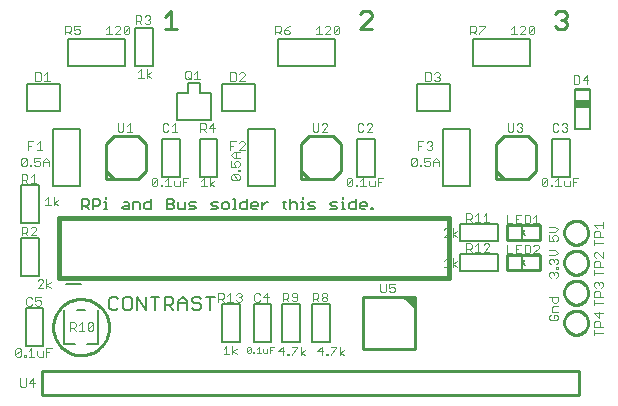
<source format=gto>
G75*
%MOIN*%
%OFA0B0*%
%FSLAX24Y24*%
%IPPOS*%
%LPD*%
%AMOC8*
5,1,8,0,0,1.08239X$1,22.5*
%
%ADD10C,0.0070*%
%ADD11C,0.0090*%
%ADD12C,0.0100*%
%ADD13C,0.0050*%
%ADD14C,0.0080*%
%ADD15C,0.0160*%
%ADD16C,0.0060*%
%ADD17C,0.0040*%
%ADD18C,0.0098*%
%ADD19C,0.0071*%
%ADD20C,0.0030*%
D10*
X005092Y016155D02*
X005164Y016084D01*
X005307Y016084D01*
X005379Y016155D01*
X005552Y016155D02*
X005552Y016442D01*
X005624Y016514D01*
X005768Y016514D01*
X005839Y016442D01*
X005839Y016155D01*
X005768Y016084D01*
X005624Y016084D01*
X005552Y016155D01*
X005379Y016442D02*
X005307Y016514D01*
X005164Y016514D01*
X005092Y016442D01*
X005092Y016155D01*
X006013Y016084D02*
X006013Y016514D01*
X006300Y016084D01*
X006300Y016514D01*
X006473Y016514D02*
X006760Y016514D01*
X006617Y016514D02*
X006617Y016084D01*
X006934Y016084D02*
X006934Y016514D01*
X007149Y016514D01*
X007220Y016442D01*
X007220Y016299D01*
X007149Y016227D01*
X006934Y016227D01*
X007077Y016227D02*
X007220Y016084D01*
X007394Y016084D02*
X007394Y016370D01*
X007537Y016514D01*
X007681Y016370D01*
X007681Y016084D01*
X007854Y016155D02*
X007926Y016084D01*
X008069Y016084D01*
X008141Y016155D01*
X008141Y016227D01*
X008069Y016299D01*
X007926Y016299D01*
X007854Y016370D01*
X007854Y016442D01*
X007926Y016514D01*
X008069Y016514D01*
X008141Y016442D01*
X008315Y016514D02*
X008602Y016514D01*
X008458Y016514D02*
X008458Y016084D01*
X007681Y016299D02*
X007394Y016299D01*
D11*
X007351Y025444D02*
X006944Y025444D01*
X007147Y025444D02*
X007147Y026054D01*
X006944Y025851D01*
X013444Y025952D02*
X013545Y026054D01*
X013749Y026054D01*
X013851Y025952D01*
X013851Y025851D01*
X013444Y025444D01*
X013851Y025444D01*
X019944Y025545D02*
X020045Y025444D01*
X020249Y025444D01*
X020351Y025545D01*
X020351Y025647D01*
X020249Y025749D01*
X020147Y025749D01*
X020249Y025749D02*
X020351Y025851D01*
X020351Y025952D01*
X020249Y026054D01*
X020045Y026054D01*
X019944Y025952D01*
D12*
X002849Y014045D02*
X002849Y013245D01*
X020749Y013245D01*
X020749Y014045D01*
X002849Y014045D01*
X003215Y015499D02*
X003217Y015559D01*
X003223Y015620D01*
X003233Y015679D01*
X003246Y015738D01*
X003264Y015796D01*
X003285Y015853D01*
X003309Y015908D01*
X003338Y015962D01*
X003369Y016013D01*
X003404Y016063D01*
X003442Y016110D01*
X003483Y016154D01*
X003527Y016196D01*
X003573Y016235D01*
X003622Y016270D01*
X003673Y016303D01*
X003726Y016332D01*
X003781Y016357D01*
X003837Y016380D01*
X003895Y016398D01*
X003954Y016412D01*
X004013Y016423D01*
X004073Y016430D01*
X004134Y016433D01*
X004194Y016432D01*
X004255Y016427D01*
X004314Y016418D01*
X004374Y016406D01*
X004432Y016389D01*
X004489Y016369D01*
X004544Y016345D01*
X004598Y016318D01*
X004650Y016287D01*
X004700Y016253D01*
X004748Y016216D01*
X004793Y016175D01*
X004836Y016132D01*
X004875Y016086D01*
X004912Y016038D01*
X004945Y015988D01*
X004975Y015935D01*
X005001Y015881D01*
X005024Y015825D01*
X005044Y015767D01*
X005059Y015709D01*
X005071Y015650D01*
X005079Y015590D01*
X005083Y015529D01*
X005083Y015469D01*
X005079Y015408D01*
X005071Y015348D01*
X005059Y015289D01*
X005044Y015231D01*
X005024Y015173D01*
X005001Y015117D01*
X004975Y015063D01*
X004945Y015010D01*
X004912Y014960D01*
X004875Y014912D01*
X004836Y014866D01*
X004793Y014823D01*
X004748Y014782D01*
X004700Y014745D01*
X004650Y014711D01*
X004598Y014680D01*
X004544Y014653D01*
X004489Y014629D01*
X004432Y014609D01*
X004374Y014592D01*
X004314Y014580D01*
X004255Y014571D01*
X004194Y014566D01*
X004134Y014565D01*
X004073Y014568D01*
X004013Y014575D01*
X003954Y014586D01*
X003895Y014600D01*
X003837Y014618D01*
X003781Y014641D01*
X003726Y014666D01*
X003673Y014695D01*
X003622Y014728D01*
X003573Y014763D01*
X003527Y014802D01*
X003483Y014844D01*
X003442Y014888D01*
X003404Y014935D01*
X003369Y014985D01*
X003338Y015036D01*
X003309Y015090D01*
X003285Y015145D01*
X003264Y015202D01*
X003246Y015260D01*
X003233Y015319D01*
X003223Y015378D01*
X003217Y015439D01*
X003215Y015499D01*
X013532Y014782D02*
X015265Y014782D01*
X015265Y016160D01*
X014910Y016515D01*
X015186Y016515D01*
X015225Y016397D01*
X015265Y016515D02*
X015186Y016515D01*
X015265Y016515D02*
X015265Y016278D01*
X015068Y016475D01*
X014910Y016515D02*
X013532Y016515D01*
X013532Y014782D01*
X015265Y016160D02*
X015265Y016278D01*
X018359Y017399D02*
X018359Y017899D01*
X019439Y017899D01*
X019439Y017399D01*
X018359Y017399D01*
X018359Y018399D02*
X018359Y018899D01*
X019439Y018899D01*
X019439Y018399D01*
X018359Y018399D01*
X020249Y018649D02*
X020251Y018689D01*
X020257Y018728D01*
X020267Y018767D01*
X020280Y018804D01*
X020298Y018840D01*
X020319Y018874D01*
X020343Y018906D01*
X020370Y018935D01*
X020400Y018962D01*
X020432Y018985D01*
X020467Y019005D01*
X020503Y019021D01*
X020541Y019034D01*
X020580Y019043D01*
X020619Y019048D01*
X020659Y019049D01*
X020699Y019046D01*
X020738Y019039D01*
X020776Y019028D01*
X020814Y019014D01*
X020849Y018995D01*
X020882Y018974D01*
X020914Y018949D01*
X020942Y018921D01*
X020968Y018891D01*
X020990Y018858D01*
X021009Y018823D01*
X021025Y018786D01*
X021037Y018748D01*
X021045Y018709D01*
X021049Y018669D01*
X021049Y018629D01*
X021045Y018589D01*
X021037Y018550D01*
X021025Y018512D01*
X021009Y018475D01*
X020990Y018440D01*
X020968Y018407D01*
X020942Y018377D01*
X020914Y018349D01*
X020882Y018324D01*
X020849Y018303D01*
X020814Y018284D01*
X020776Y018270D01*
X020738Y018259D01*
X020699Y018252D01*
X020659Y018249D01*
X020619Y018250D01*
X020580Y018255D01*
X020541Y018264D01*
X020503Y018277D01*
X020467Y018293D01*
X020432Y018313D01*
X020400Y018336D01*
X020370Y018363D01*
X020343Y018392D01*
X020319Y018424D01*
X020298Y018458D01*
X020280Y018494D01*
X020267Y018531D01*
X020257Y018570D01*
X020251Y018609D01*
X020249Y018649D01*
X020249Y017649D02*
X020251Y017689D01*
X020257Y017728D01*
X020267Y017767D01*
X020280Y017804D01*
X020298Y017840D01*
X020319Y017874D01*
X020343Y017906D01*
X020370Y017935D01*
X020400Y017962D01*
X020432Y017985D01*
X020467Y018005D01*
X020503Y018021D01*
X020541Y018034D01*
X020580Y018043D01*
X020619Y018048D01*
X020659Y018049D01*
X020699Y018046D01*
X020738Y018039D01*
X020776Y018028D01*
X020814Y018014D01*
X020849Y017995D01*
X020882Y017974D01*
X020914Y017949D01*
X020942Y017921D01*
X020968Y017891D01*
X020990Y017858D01*
X021009Y017823D01*
X021025Y017786D01*
X021037Y017748D01*
X021045Y017709D01*
X021049Y017669D01*
X021049Y017629D01*
X021045Y017589D01*
X021037Y017550D01*
X021025Y017512D01*
X021009Y017475D01*
X020990Y017440D01*
X020968Y017407D01*
X020942Y017377D01*
X020914Y017349D01*
X020882Y017324D01*
X020849Y017303D01*
X020814Y017284D01*
X020776Y017270D01*
X020738Y017259D01*
X020699Y017252D01*
X020659Y017249D01*
X020619Y017250D01*
X020580Y017255D01*
X020541Y017264D01*
X020503Y017277D01*
X020467Y017293D01*
X020432Y017313D01*
X020400Y017336D01*
X020370Y017363D01*
X020343Y017392D01*
X020319Y017424D01*
X020298Y017458D01*
X020280Y017494D01*
X020267Y017531D01*
X020257Y017570D01*
X020251Y017609D01*
X020249Y017649D01*
X020249Y016649D02*
X020251Y016689D01*
X020257Y016728D01*
X020267Y016767D01*
X020280Y016804D01*
X020298Y016840D01*
X020319Y016874D01*
X020343Y016906D01*
X020370Y016935D01*
X020400Y016962D01*
X020432Y016985D01*
X020467Y017005D01*
X020503Y017021D01*
X020541Y017034D01*
X020580Y017043D01*
X020619Y017048D01*
X020659Y017049D01*
X020699Y017046D01*
X020738Y017039D01*
X020776Y017028D01*
X020814Y017014D01*
X020849Y016995D01*
X020882Y016974D01*
X020914Y016949D01*
X020942Y016921D01*
X020968Y016891D01*
X020990Y016858D01*
X021009Y016823D01*
X021025Y016786D01*
X021037Y016748D01*
X021045Y016709D01*
X021049Y016669D01*
X021049Y016629D01*
X021045Y016589D01*
X021037Y016550D01*
X021025Y016512D01*
X021009Y016475D01*
X020990Y016440D01*
X020968Y016407D01*
X020942Y016377D01*
X020914Y016349D01*
X020882Y016324D01*
X020849Y016303D01*
X020814Y016284D01*
X020776Y016270D01*
X020738Y016259D01*
X020699Y016252D01*
X020659Y016249D01*
X020619Y016250D01*
X020580Y016255D01*
X020541Y016264D01*
X020503Y016277D01*
X020467Y016293D01*
X020432Y016313D01*
X020400Y016336D01*
X020370Y016363D01*
X020343Y016392D01*
X020319Y016424D01*
X020298Y016458D01*
X020280Y016494D01*
X020267Y016531D01*
X020257Y016570D01*
X020251Y016609D01*
X020249Y016649D01*
X020249Y015649D02*
X020251Y015689D01*
X020257Y015728D01*
X020267Y015767D01*
X020280Y015804D01*
X020298Y015840D01*
X020319Y015874D01*
X020343Y015906D01*
X020370Y015935D01*
X020400Y015962D01*
X020432Y015985D01*
X020467Y016005D01*
X020503Y016021D01*
X020541Y016034D01*
X020580Y016043D01*
X020619Y016048D01*
X020659Y016049D01*
X020699Y016046D01*
X020738Y016039D01*
X020776Y016028D01*
X020814Y016014D01*
X020849Y015995D01*
X020882Y015974D01*
X020914Y015949D01*
X020942Y015921D01*
X020968Y015891D01*
X020990Y015858D01*
X021009Y015823D01*
X021025Y015786D01*
X021037Y015748D01*
X021045Y015709D01*
X021049Y015669D01*
X021049Y015629D01*
X021045Y015589D01*
X021037Y015550D01*
X021025Y015512D01*
X021009Y015475D01*
X020990Y015440D01*
X020968Y015407D01*
X020942Y015377D01*
X020914Y015349D01*
X020882Y015324D01*
X020849Y015303D01*
X020814Y015284D01*
X020776Y015270D01*
X020738Y015259D01*
X020699Y015252D01*
X020659Y015249D01*
X020619Y015250D01*
X020580Y015255D01*
X020541Y015264D01*
X020503Y015277D01*
X020467Y015293D01*
X020432Y015313D01*
X020400Y015336D01*
X020370Y015363D01*
X020343Y015392D01*
X020319Y015424D01*
X020298Y015458D01*
X020280Y015494D01*
X020267Y015531D01*
X020257Y015570D01*
X020251Y015609D01*
X020249Y015649D01*
D13*
X013869Y019424D02*
X013811Y019424D01*
X013811Y019482D01*
X013869Y019482D01*
X013869Y019424D01*
X013676Y019540D02*
X013676Y019599D01*
X013618Y019657D01*
X013501Y019657D01*
X013443Y019599D01*
X013443Y019482D01*
X013501Y019424D01*
X013618Y019424D01*
X013676Y019540D02*
X013443Y019540D01*
X013308Y019424D02*
X013308Y019774D01*
X013308Y019657D02*
X013133Y019657D01*
X013074Y019599D01*
X013074Y019482D01*
X013133Y019424D01*
X013308Y019424D01*
X012946Y019424D02*
X012829Y019424D01*
X012887Y019424D02*
X012887Y019657D01*
X012829Y019657D01*
X012887Y019774D02*
X012887Y019832D01*
X012694Y019657D02*
X012519Y019657D01*
X012461Y019599D01*
X012519Y019540D01*
X012636Y019540D01*
X012694Y019482D01*
X012636Y019424D01*
X012461Y019424D01*
X011957Y019482D02*
X011899Y019540D01*
X011782Y019540D01*
X011724Y019599D01*
X011782Y019657D01*
X011957Y019657D01*
X011957Y019482D02*
X011899Y019424D01*
X011724Y019424D01*
X011595Y019424D02*
X011478Y019424D01*
X011537Y019424D02*
X011537Y019657D01*
X011478Y019657D01*
X011537Y019774D02*
X011537Y019832D01*
X011344Y019599D02*
X011344Y019424D01*
X011344Y019599D02*
X011285Y019657D01*
X011168Y019657D01*
X011110Y019599D01*
X010981Y019657D02*
X010865Y019657D01*
X010923Y019715D02*
X010923Y019482D01*
X010981Y019424D01*
X011110Y019424D02*
X011110Y019774D01*
X010364Y019657D02*
X010306Y019657D01*
X010189Y019540D01*
X010189Y019424D02*
X010189Y019657D01*
X010055Y019599D02*
X010055Y019540D01*
X009821Y019540D01*
X009821Y019482D02*
X009821Y019599D01*
X009879Y019657D01*
X009996Y019657D01*
X010055Y019599D01*
X009996Y019424D02*
X009879Y019424D01*
X009821Y019482D01*
X009686Y019424D02*
X009511Y019424D01*
X009453Y019482D01*
X009453Y019599D01*
X009511Y019657D01*
X009686Y019657D01*
X009686Y019774D02*
X009686Y019424D01*
X009324Y019424D02*
X009207Y019424D01*
X009266Y019424D02*
X009266Y019774D01*
X009207Y019774D01*
X009072Y019599D02*
X009014Y019657D01*
X008897Y019657D01*
X008839Y019599D01*
X008839Y019482D01*
X008897Y019424D01*
X009014Y019424D01*
X009072Y019482D01*
X009072Y019599D01*
X008704Y019657D02*
X008529Y019657D01*
X008471Y019599D01*
X008529Y019540D01*
X008646Y019540D01*
X008704Y019482D01*
X008646Y019424D01*
X008471Y019424D01*
X007967Y019482D02*
X007909Y019540D01*
X007792Y019540D01*
X007734Y019599D01*
X007792Y019657D01*
X007967Y019657D01*
X007967Y019482D02*
X007909Y019424D01*
X007734Y019424D01*
X007599Y019424D02*
X007599Y019657D01*
X007366Y019657D02*
X007366Y019482D01*
X007424Y019424D01*
X007599Y019424D01*
X007231Y019482D02*
X007172Y019424D01*
X006997Y019424D01*
X006997Y019774D01*
X007172Y019774D01*
X007231Y019715D01*
X007231Y019657D01*
X007172Y019599D01*
X006997Y019599D01*
X007172Y019599D02*
X007231Y019540D01*
X007231Y019482D01*
X006494Y019424D02*
X006319Y019424D01*
X006261Y019482D01*
X006261Y019599D01*
X006319Y019657D01*
X006494Y019657D01*
X006494Y019774D02*
X006494Y019424D01*
X006126Y019424D02*
X006126Y019599D01*
X006067Y019657D01*
X005892Y019657D01*
X005892Y019424D01*
X005758Y019424D02*
X005582Y019424D01*
X005524Y019482D01*
X005582Y019540D01*
X005758Y019540D01*
X005758Y019599D02*
X005758Y019424D01*
X005758Y019599D02*
X005699Y019657D01*
X005582Y019657D01*
X005027Y019424D02*
X004910Y019424D01*
X004969Y019424D02*
X004969Y019657D01*
X004910Y019657D01*
X004969Y019774D02*
X004969Y019832D01*
X004775Y019715D02*
X004775Y019599D01*
X004717Y019540D01*
X004542Y019540D01*
X004542Y019424D02*
X004542Y019774D01*
X004717Y019774D01*
X004775Y019715D01*
X004407Y019715D02*
X004407Y019599D01*
X004349Y019540D01*
X004174Y019540D01*
X004290Y019540D02*
X004407Y019424D01*
X004174Y019424D02*
X004174Y019774D01*
X004349Y019774D01*
X004407Y019715D01*
D14*
X004149Y016949D02*
X003649Y016949D01*
X018832Y017467D02*
X018832Y017649D01*
X018954Y017741D01*
X018832Y017830D02*
X018832Y017649D01*
X018838Y017639D02*
X018954Y017563D01*
X018832Y018467D02*
X018832Y018649D01*
X018954Y018741D01*
X018832Y018830D02*
X018832Y018649D01*
X018838Y018639D02*
X018954Y018563D01*
D15*
X016399Y019149D02*
X016399Y017149D01*
X003399Y017149D01*
X003399Y019149D01*
X016399Y019149D01*
D16*
X016769Y018939D02*
X018029Y018939D01*
X018029Y018359D01*
X016769Y018359D01*
X016769Y018939D01*
X016769Y017939D02*
X018029Y017939D01*
X018029Y017359D01*
X016769Y017359D01*
X016769Y017939D01*
X017099Y020199D02*
X016199Y020199D01*
X016199Y022099D01*
X017099Y022099D01*
X017099Y020199D01*
X016440Y022705D02*
X015347Y022705D01*
X015347Y023592D01*
X016440Y023592D01*
X016440Y022705D01*
X017199Y024199D02*
X019099Y024199D01*
X019099Y025099D01*
X017199Y025099D01*
X017199Y024199D01*
X019859Y021779D02*
X020439Y021779D01*
X020439Y020519D01*
X019859Y020519D01*
X019859Y021779D01*
X020599Y022099D02*
X021099Y022099D01*
X021099Y022849D01*
X020599Y022849D01*
X020599Y022099D01*
X020599Y022849D02*
X020599Y022899D01*
X021099Y022899D01*
X021099Y022949D01*
X020599Y022949D01*
X020599Y022899D01*
X020599Y022949D02*
X020599Y022999D01*
X021099Y022999D01*
X021099Y023049D01*
X020599Y023049D01*
X020599Y022999D01*
X020599Y023049D02*
X020599Y023399D01*
X020599Y023449D01*
X021099Y023449D01*
X021099Y023399D01*
X021099Y023049D01*
X021099Y022999D02*
X021099Y022949D01*
X021099Y022899D02*
X021099Y022849D01*
X021099Y023399D02*
X020599Y023399D01*
X013939Y021779D02*
X013939Y020519D01*
X013359Y020519D01*
X013359Y021779D01*
X013939Y021779D01*
X012599Y024199D02*
X010699Y024199D01*
X010699Y025099D01*
X012599Y025099D01*
X012599Y024199D01*
X009940Y023592D02*
X009940Y022705D01*
X008847Y022705D01*
X008847Y023592D01*
X009940Y023592D01*
X008469Y023299D02*
X008469Y022399D01*
X007329Y022399D01*
X007329Y023299D01*
X007699Y023299D01*
X007699Y023649D01*
X008099Y023649D01*
X008099Y023299D01*
X008469Y023299D01*
X009699Y022099D02*
X009699Y020199D01*
X010599Y020199D01*
X010599Y022099D01*
X009699Y022099D01*
X008689Y021779D02*
X008689Y020519D01*
X008109Y020519D01*
X008109Y021779D01*
X008689Y021779D01*
X007439Y021779D02*
X007439Y020519D01*
X006859Y020519D01*
X006859Y021779D01*
X007439Y021779D01*
X006539Y024219D02*
X005959Y024219D01*
X005959Y025479D01*
X006539Y025479D01*
X006539Y024219D01*
X005599Y024199D02*
X005599Y025099D01*
X003699Y025099D01*
X003699Y024199D01*
X005599Y024199D01*
X003440Y023592D02*
X003440Y022705D01*
X002347Y022705D01*
X002347Y023592D01*
X003440Y023592D01*
X003199Y022099D02*
X003199Y020199D01*
X004099Y020199D01*
X004099Y022099D01*
X003199Y022099D01*
X002739Y020229D02*
X002159Y020229D01*
X002159Y018969D01*
X002739Y018969D01*
X002739Y020229D01*
X002739Y018479D02*
X002159Y018479D01*
X002159Y017219D01*
X002739Y017219D01*
X002739Y018479D01*
X002889Y016129D02*
X002309Y016129D01*
X002309Y014869D01*
X002889Y014869D01*
X002889Y016129D01*
X008859Y016279D02*
X008859Y015019D01*
X009439Y015019D01*
X009439Y016279D01*
X008859Y016279D01*
X009909Y016279D02*
X009909Y015019D01*
X010489Y015019D01*
X010489Y016279D01*
X009909Y016279D01*
X010859Y016279D02*
X010859Y015019D01*
X011439Y015019D01*
X011439Y016279D01*
X010859Y016279D01*
X011859Y016279D02*
X011859Y015019D01*
X012439Y015019D01*
X012439Y016279D01*
X011859Y016279D01*
D17*
X011874Y016359D02*
X011874Y016639D01*
X012014Y016639D01*
X012061Y016592D01*
X012061Y016499D01*
X012014Y016452D01*
X011874Y016452D01*
X011967Y016452D02*
X012061Y016359D01*
X012169Y016405D02*
X012169Y016452D01*
X012215Y016499D01*
X012309Y016499D01*
X012355Y016452D01*
X012355Y016405D01*
X012309Y016359D01*
X012215Y016359D01*
X012169Y016405D01*
X012215Y016499D02*
X012169Y016545D01*
X012169Y016592D01*
X012215Y016639D01*
X012309Y016639D01*
X012355Y016592D01*
X012355Y016545D01*
X012309Y016499D01*
X011355Y016499D02*
X011215Y016499D01*
X011169Y016545D01*
X011169Y016592D01*
X011215Y016639D01*
X011309Y016639D01*
X011355Y016592D01*
X011355Y016405D01*
X011309Y016359D01*
X011215Y016359D01*
X011169Y016405D01*
X011061Y016359D02*
X010967Y016452D01*
X011014Y016452D02*
X010874Y016452D01*
X010874Y016359D02*
X010874Y016639D01*
X011014Y016639D01*
X011061Y016592D01*
X011061Y016499D01*
X011014Y016452D01*
X010405Y016489D02*
X010219Y016489D01*
X010359Y016629D01*
X010359Y016349D01*
X010111Y016395D02*
X010064Y016349D01*
X009971Y016349D01*
X009924Y016395D01*
X009924Y016582D01*
X009971Y016629D01*
X010064Y016629D01*
X010111Y016582D01*
X009503Y016582D02*
X009503Y016535D01*
X009456Y016489D01*
X009503Y016442D01*
X009503Y016395D01*
X009456Y016349D01*
X009363Y016349D01*
X009316Y016395D01*
X009208Y016349D02*
X009021Y016349D01*
X009115Y016349D02*
X009115Y016629D01*
X009021Y016535D01*
X008913Y016582D02*
X008913Y016489D01*
X008867Y016442D01*
X008727Y016442D01*
X008820Y016442D02*
X008913Y016349D01*
X008727Y016349D02*
X008727Y016629D01*
X008867Y016629D01*
X008913Y016582D01*
X009316Y016582D02*
X009363Y016629D01*
X009456Y016629D01*
X009503Y016582D01*
X009456Y016489D02*
X009409Y016489D01*
X009193Y014879D02*
X009193Y014599D01*
X009193Y014692D02*
X009333Y014785D01*
X009193Y014692D02*
X009333Y014599D01*
X009085Y014599D02*
X008898Y014599D01*
X008992Y014599D02*
X008992Y014879D01*
X008898Y014785D01*
X010727Y014699D02*
X010914Y014699D01*
X011022Y014605D02*
X011069Y014605D01*
X011069Y014559D01*
X011022Y014559D01*
X011022Y014605D01*
X011169Y014605D02*
X011356Y014792D01*
X011356Y014839D01*
X011169Y014839D01*
X011169Y014605D02*
X011169Y014559D01*
X011464Y014559D02*
X011464Y014839D01*
X011604Y014745D02*
X011464Y014652D01*
X011604Y014559D01*
X012027Y014699D02*
X012214Y014699D01*
X012322Y014605D02*
X012369Y014605D01*
X012369Y014559D01*
X012322Y014559D01*
X012322Y014605D01*
X012469Y014605D02*
X012656Y014792D01*
X012656Y014839D01*
X012469Y014839D01*
X012469Y014605D02*
X012469Y014559D01*
X012764Y014559D02*
X012764Y014839D01*
X012904Y014745D02*
X012764Y014652D01*
X012904Y014559D01*
X012168Y014559D02*
X012168Y014839D01*
X012027Y014699D01*
X010868Y014559D02*
X010868Y014839D01*
X010727Y014699D01*
X014124Y016705D02*
X014171Y016659D01*
X014264Y016659D01*
X014311Y016705D01*
X014311Y016939D01*
X014419Y016939D02*
X014419Y016799D01*
X014512Y016845D01*
X014559Y016845D01*
X014605Y016799D01*
X014605Y016705D01*
X014559Y016659D01*
X014465Y016659D01*
X014419Y016705D01*
X014419Y016939D02*
X014605Y016939D01*
X014124Y016939D02*
X014124Y016705D01*
X016248Y017509D02*
X016435Y017509D01*
X016342Y017509D02*
X016342Y017789D01*
X016248Y017695D01*
X016543Y017602D02*
X016683Y017695D01*
X016543Y017602D02*
X016683Y017509D01*
X016543Y017509D02*
X016543Y017789D01*
X016977Y018009D02*
X016977Y018289D01*
X017117Y018289D01*
X017163Y018242D01*
X017163Y018149D01*
X017117Y018102D01*
X016977Y018102D01*
X017070Y018102D02*
X017163Y018009D01*
X017271Y018009D02*
X017458Y018009D01*
X017365Y018009D02*
X017365Y018289D01*
X017271Y018195D01*
X017566Y018242D02*
X017613Y018289D01*
X017706Y018289D01*
X017753Y018242D01*
X017753Y018195D01*
X017566Y018009D01*
X017753Y018009D01*
X018339Y017964D02*
X018526Y017964D01*
X018634Y017964D02*
X018821Y017964D01*
X018929Y017964D02*
X019069Y017964D01*
X019115Y018010D01*
X019115Y018197D01*
X019069Y018244D01*
X018929Y018244D01*
X018929Y017964D01*
X018727Y018104D02*
X018634Y018104D01*
X018634Y018244D02*
X018634Y017964D01*
X018634Y018244D02*
X018821Y018244D01*
X019223Y018197D02*
X019270Y018244D01*
X019363Y018244D01*
X019410Y018197D01*
X019410Y018150D01*
X019223Y017964D01*
X019410Y017964D01*
X019758Y017889D02*
X019945Y017889D01*
X020039Y017983D01*
X019945Y018076D01*
X019758Y018076D01*
X019758Y018374D02*
X019898Y018374D01*
X019852Y018467D01*
X019852Y018514D01*
X019898Y018561D01*
X019992Y018561D01*
X020039Y018514D01*
X020039Y018421D01*
X019992Y018374D01*
X019758Y018374D02*
X019758Y018561D01*
X019758Y018669D02*
X019945Y018669D01*
X020039Y018762D01*
X019945Y018855D01*
X019758Y018855D01*
X019410Y018964D02*
X019223Y018964D01*
X019317Y018964D02*
X019317Y019244D01*
X019223Y019150D01*
X019115Y019197D02*
X019069Y019244D01*
X018929Y019244D01*
X018929Y018964D01*
X019069Y018964D01*
X019115Y019010D01*
X019115Y019197D01*
X018821Y019244D02*
X018634Y019244D01*
X018634Y018964D01*
X018821Y018964D01*
X018727Y019104D02*
X018634Y019104D01*
X018526Y018964D02*
X018339Y018964D01*
X018339Y019244D01*
X017753Y019009D02*
X017566Y019009D01*
X017659Y019009D02*
X017659Y019289D01*
X017566Y019195D01*
X017458Y019009D02*
X017271Y019009D01*
X017365Y019009D02*
X017365Y019289D01*
X017271Y019195D01*
X017163Y019149D02*
X017117Y019102D01*
X016977Y019102D01*
X017070Y019102D02*
X017163Y019009D01*
X017163Y019149D02*
X017163Y019242D01*
X017117Y019289D01*
X016977Y019289D01*
X016977Y019009D01*
X016683Y018695D02*
X016543Y018602D01*
X016683Y018509D01*
X016543Y018509D02*
X016543Y018789D01*
X016435Y018742D02*
X016389Y018789D01*
X016295Y018789D01*
X016248Y018742D01*
X016435Y018742D02*
X016435Y018695D01*
X016248Y018509D01*
X016435Y018509D01*
X018339Y018244D02*
X018339Y017964D01*
X019758Y017735D02*
X019758Y017642D01*
X019805Y017595D01*
X019898Y017688D02*
X019898Y017735D01*
X019945Y017782D01*
X019992Y017782D01*
X020039Y017735D01*
X020039Y017642D01*
X019992Y017595D01*
X019992Y017494D02*
X020039Y017494D01*
X020039Y017448D01*
X019992Y017448D01*
X019992Y017494D01*
X019992Y017340D02*
X020039Y017293D01*
X020039Y017200D01*
X019992Y017153D01*
X019898Y017246D02*
X019898Y017293D01*
X019945Y017340D01*
X019992Y017340D01*
X019898Y017293D02*
X019852Y017340D01*
X019805Y017340D01*
X019758Y017293D01*
X019758Y017200D01*
X019805Y017153D01*
X019758Y017735D02*
X019805Y017782D01*
X019852Y017782D01*
X019898Y017735D01*
X021258Y017661D02*
X021258Y017521D01*
X021539Y017521D01*
X021445Y017521D02*
X021445Y017661D01*
X021398Y017708D01*
X021305Y017708D01*
X021258Y017661D01*
X021305Y017816D02*
X021258Y017863D01*
X021258Y017956D01*
X021305Y018003D01*
X021352Y018003D01*
X021539Y017816D01*
X021539Y018003D01*
X021539Y018320D02*
X021258Y018320D01*
X021258Y018227D02*
X021258Y018413D01*
X021258Y018521D02*
X021258Y018661D01*
X021305Y018708D01*
X021398Y018708D01*
X021445Y018661D01*
X021445Y018521D01*
X021539Y018521D02*
X021258Y018521D01*
X021352Y018816D02*
X021258Y018909D01*
X021539Y018909D01*
X021539Y018816D02*
X021539Y019003D01*
X020537Y020199D02*
X020537Y020479D01*
X020724Y020479D01*
X020630Y020339D02*
X020537Y020339D01*
X020429Y020385D02*
X020429Y020199D01*
X020289Y020199D01*
X020242Y020245D01*
X020242Y020385D01*
X020134Y020199D02*
X019948Y020199D01*
X020041Y020199D02*
X020041Y020479D01*
X019948Y020385D01*
X019847Y020245D02*
X019847Y020199D01*
X019800Y020199D01*
X019800Y020245D01*
X019847Y020245D01*
X019692Y020245D02*
X019692Y020432D01*
X019506Y020245D01*
X019552Y020199D01*
X019646Y020199D01*
X019692Y020245D01*
X019506Y020245D02*
X019506Y020432D01*
X019552Y020479D01*
X019646Y020479D01*
X019692Y020432D01*
X019921Y022019D02*
X020014Y022019D01*
X020061Y022065D01*
X020169Y022065D02*
X020215Y022019D01*
X020309Y022019D01*
X020355Y022065D01*
X020355Y022112D01*
X020309Y022159D01*
X020262Y022159D01*
X020309Y022159D02*
X020355Y022205D01*
X020355Y022252D01*
X020309Y022299D01*
X020215Y022299D01*
X020169Y022252D01*
X020061Y022252D02*
X020014Y022299D01*
X019921Y022299D01*
X019874Y022252D01*
X019874Y022065D01*
X019921Y022019D01*
X018855Y022067D02*
X018809Y022020D01*
X018715Y022020D01*
X018669Y022067D01*
X018561Y022067D02*
X018561Y022301D01*
X018669Y022254D02*
X018715Y022301D01*
X018809Y022301D01*
X018855Y022254D01*
X018855Y022207D01*
X018809Y022160D01*
X018855Y022114D01*
X018855Y022067D01*
X018809Y022160D02*
X018762Y022160D01*
X018561Y022067D02*
X018514Y022020D01*
X018421Y022020D01*
X018374Y022067D01*
X018374Y022301D01*
X020574Y023609D02*
X020714Y023609D01*
X020761Y023655D01*
X020761Y023842D01*
X020714Y023889D01*
X020574Y023889D01*
X020574Y023609D01*
X020869Y023749D02*
X021055Y023749D01*
X021009Y023609D02*
X021009Y023889D01*
X020869Y023749D01*
X019253Y025305D02*
X019206Y025259D01*
X019113Y025259D01*
X019066Y025305D01*
X019253Y025492D01*
X019253Y025305D01*
X019253Y025492D02*
X019206Y025539D01*
X019113Y025539D01*
X019066Y025492D01*
X019066Y025305D01*
X018958Y025259D02*
X018771Y025259D01*
X018958Y025445D01*
X018958Y025492D01*
X018911Y025539D01*
X018818Y025539D01*
X018771Y025492D01*
X018570Y025539D02*
X018477Y025445D01*
X018570Y025539D02*
X018570Y025259D01*
X018477Y025259D02*
X018663Y025259D01*
X017605Y025492D02*
X017419Y025305D01*
X017419Y025259D01*
X017311Y025259D02*
X017217Y025352D01*
X017264Y025352D02*
X017124Y025352D01*
X017124Y025259D02*
X017124Y025539D01*
X017264Y025539D01*
X017311Y025492D01*
X017311Y025399D01*
X017264Y025352D01*
X017419Y025539D02*
X017605Y025539D01*
X017605Y025492D01*
X016059Y023989D02*
X016105Y023942D01*
X016105Y023895D01*
X016059Y023849D01*
X016105Y023802D01*
X016105Y023755D01*
X016059Y023709D01*
X015965Y023709D01*
X015919Y023755D01*
X015811Y023755D02*
X015811Y023942D01*
X015764Y023989D01*
X015624Y023989D01*
X015624Y023709D01*
X015764Y023709D01*
X015811Y023755D01*
X015919Y023942D02*
X015965Y023989D01*
X016059Y023989D01*
X016059Y023849D02*
X016012Y023849D01*
X013855Y022252D02*
X013809Y022299D01*
X013715Y022299D01*
X013669Y022252D01*
X013561Y022252D02*
X013514Y022299D01*
X013421Y022299D01*
X013374Y022252D01*
X013374Y022065D01*
X013421Y022019D01*
X013514Y022019D01*
X013561Y022065D01*
X013669Y022019D02*
X013855Y022205D01*
X013855Y022252D01*
X013855Y022019D02*
X013669Y022019D01*
X012355Y022020D02*
X012169Y022020D01*
X012355Y022207D01*
X012355Y022254D01*
X012309Y022301D01*
X012215Y022301D01*
X012169Y022254D01*
X012061Y022301D02*
X012061Y022067D01*
X012014Y022020D01*
X011921Y022020D01*
X011874Y022067D01*
X011874Y022301D01*
X013052Y020479D02*
X013146Y020479D01*
X013192Y020432D01*
X013006Y020245D01*
X013052Y020199D01*
X013146Y020199D01*
X013192Y020245D01*
X013192Y020432D01*
X013052Y020479D02*
X013006Y020432D01*
X013006Y020245D01*
X013300Y020245D02*
X013347Y020245D01*
X013347Y020199D01*
X013300Y020199D01*
X013300Y020245D01*
X013448Y020199D02*
X013634Y020199D01*
X013541Y020199D02*
X013541Y020479D01*
X013448Y020385D01*
X013742Y020385D02*
X013742Y020245D01*
X013789Y020199D01*
X013929Y020199D01*
X013929Y020385D01*
X014037Y020339D02*
X014130Y020339D01*
X014037Y020199D02*
X014037Y020479D01*
X014224Y020479D01*
X015153Y020905D02*
X015340Y021092D01*
X015340Y020905D01*
X015293Y020859D01*
X015200Y020859D01*
X015153Y020905D01*
X015153Y021092D01*
X015200Y021139D01*
X015293Y021139D01*
X015340Y021092D01*
X015448Y020905D02*
X015494Y020905D01*
X015494Y020859D01*
X015448Y020859D01*
X015448Y020905D01*
X015595Y020905D02*
X015642Y020859D01*
X015735Y020859D01*
X015782Y020905D01*
X015782Y020999D01*
X015735Y021045D01*
X015688Y021045D01*
X015595Y020999D01*
X015595Y021139D01*
X015782Y021139D01*
X015889Y021045D02*
X015983Y021139D01*
X016076Y021045D01*
X016076Y020859D01*
X016076Y020999D02*
X015889Y020999D01*
X015889Y021045D02*
X015889Y020859D01*
X015809Y021409D02*
X015715Y021409D01*
X015669Y021455D01*
X015762Y021549D02*
X015809Y021549D01*
X015855Y021502D01*
X015855Y021455D01*
X015809Y021409D01*
X015809Y021549D02*
X015855Y021595D01*
X015855Y021642D01*
X015809Y021689D01*
X015715Y021689D01*
X015669Y021642D01*
X015561Y021689D02*
X015374Y021689D01*
X015374Y021409D01*
X015374Y021549D02*
X015467Y021549D01*
X012706Y025259D02*
X012613Y025259D01*
X012566Y025305D01*
X012753Y025492D01*
X012753Y025305D01*
X012706Y025259D01*
X012566Y025305D02*
X012566Y025492D01*
X012613Y025539D01*
X012706Y025539D01*
X012753Y025492D01*
X012458Y025492D02*
X012411Y025539D01*
X012318Y025539D01*
X012271Y025492D01*
X012458Y025492D02*
X012458Y025445D01*
X012271Y025259D01*
X012458Y025259D01*
X012163Y025259D02*
X011977Y025259D01*
X012070Y025259D02*
X012070Y025539D01*
X011977Y025445D01*
X011105Y025352D02*
X011059Y025399D01*
X010919Y025399D01*
X010919Y025305D01*
X010965Y025259D01*
X011059Y025259D01*
X011105Y025305D01*
X011105Y025352D01*
X011012Y025492D02*
X010919Y025399D01*
X010811Y025399D02*
X010764Y025352D01*
X010624Y025352D01*
X010717Y025352D02*
X010811Y025259D01*
X010811Y025399D02*
X010811Y025492D01*
X010764Y025539D01*
X010624Y025539D01*
X010624Y025259D01*
X011012Y025492D02*
X011105Y025539D01*
X009559Y023989D02*
X009465Y023989D01*
X009419Y023942D01*
X009311Y023942D02*
X009264Y023989D01*
X009124Y023989D01*
X009124Y023709D01*
X009264Y023709D01*
X009311Y023755D01*
X009311Y023942D01*
X009559Y023989D02*
X009605Y023942D01*
X009605Y023895D01*
X009419Y023709D01*
X009605Y023709D01*
X008105Y023759D02*
X007919Y023759D01*
X008012Y023759D02*
X008012Y024039D01*
X007919Y023945D01*
X007811Y023992D02*
X007811Y023805D01*
X007764Y023759D01*
X007671Y023759D01*
X007624Y023805D01*
X007624Y023992D01*
X007671Y024039D01*
X007764Y024039D01*
X007811Y023992D01*
X007717Y023852D02*
X007811Y023759D01*
X006483Y023809D02*
X006343Y023902D01*
X006483Y023995D01*
X006343Y024089D02*
X006343Y023809D01*
X006235Y023809D02*
X006048Y023809D01*
X006142Y023809D02*
X006142Y024089D01*
X006048Y023995D01*
X005706Y025259D02*
X005613Y025259D01*
X005566Y025305D01*
X005753Y025492D01*
X005753Y025305D01*
X005706Y025259D01*
X005566Y025305D02*
X005566Y025492D01*
X005613Y025539D01*
X005706Y025539D01*
X005753Y025492D01*
X005974Y025609D02*
X005974Y025889D01*
X006114Y025889D01*
X006161Y025842D01*
X006161Y025749D01*
X006114Y025702D01*
X005974Y025702D01*
X006067Y025702D02*
X006161Y025609D01*
X006269Y025655D02*
X006315Y025609D01*
X006409Y025609D01*
X006455Y025655D01*
X006455Y025702D01*
X006409Y025749D01*
X006362Y025749D01*
X006409Y025749D02*
X006455Y025795D01*
X006455Y025842D01*
X006409Y025889D01*
X006315Y025889D01*
X006269Y025842D01*
X005458Y025492D02*
X005411Y025539D01*
X005318Y025539D01*
X005271Y025492D01*
X005458Y025492D02*
X005458Y025445D01*
X005271Y025259D01*
X005458Y025259D01*
X005163Y025259D02*
X004977Y025259D01*
X005070Y025259D02*
X005070Y025539D01*
X004977Y025445D01*
X004105Y025399D02*
X004105Y025305D01*
X004059Y025259D01*
X003965Y025259D01*
X003919Y025305D01*
X003919Y025399D02*
X004012Y025445D01*
X004059Y025445D01*
X004105Y025399D01*
X004105Y025539D02*
X003919Y025539D01*
X003919Y025399D01*
X003811Y025399D02*
X003764Y025352D01*
X003624Y025352D01*
X003717Y025352D02*
X003811Y025259D01*
X003811Y025399D02*
X003811Y025492D01*
X003764Y025539D01*
X003624Y025539D01*
X003624Y025259D01*
X003012Y023989D02*
X003012Y023709D01*
X002919Y023709D02*
X003105Y023709D01*
X002919Y023895D02*
X003012Y023989D01*
X002811Y023942D02*
X002811Y023755D01*
X002764Y023709D01*
X002624Y023709D01*
X002624Y023989D01*
X002764Y023989D01*
X002811Y023942D01*
X005374Y022301D02*
X005374Y022067D01*
X005421Y022020D01*
X005514Y022020D01*
X005561Y022067D01*
X005561Y022301D01*
X005669Y022207D02*
X005762Y022301D01*
X005762Y022020D01*
X005669Y022020D02*
X005855Y022020D01*
X006874Y022065D02*
X006921Y022019D01*
X007014Y022019D01*
X007061Y022065D01*
X007169Y022019D02*
X007355Y022019D01*
X007262Y022019D02*
X007262Y022299D01*
X007169Y022205D01*
X007061Y022252D02*
X007014Y022299D01*
X006921Y022299D01*
X006874Y022252D01*
X006874Y022065D01*
X008124Y022102D02*
X008264Y022102D01*
X008311Y022149D01*
X008311Y022242D01*
X008264Y022289D01*
X008124Y022289D01*
X008124Y022009D01*
X008217Y022102D02*
X008311Y022009D01*
X008419Y022149D02*
X008605Y022149D01*
X008559Y022289D02*
X008419Y022149D01*
X008559Y022009D02*
X008559Y022289D01*
X009124Y021689D02*
X009311Y021689D01*
X009419Y021642D02*
X009465Y021689D01*
X009559Y021689D01*
X009605Y021642D01*
X009605Y021595D01*
X009419Y021409D01*
X009605Y021409D01*
X009439Y021326D02*
X009252Y021326D01*
X009158Y021233D01*
X009252Y021139D01*
X009439Y021139D01*
X009392Y021032D02*
X009439Y020985D01*
X009439Y020892D01*
X009392Y020845D01*
X009298Y020845D02*
X009252Y020938D01*
X009252Y020985D01*
X009298Y021032D01*
X009392Y021032D01*
X009298Y021139D02*
X009298Y021326D01*
X009124Y021409D02*
X009124Y021689D01*
X009124Y021549D02*
X009217Y021549D01*
X009158Y021032D02*
X009158Y020845D01*
X009298Y020845D01*
X009392Y020744D02*
X009439Y020744D01*
X009439Y020698D01*
X009392Y020698D01*
X009392Y020744D01*
X009392Y020590D02*
X009205Y020590D01*
X009392Y020403D01*
X009439Y020450D01*
X009439Y020543D01*
X009392Y020590D01*
X009205Y020590D02*
X009158Y020543D01*
X009158Y020450D01*
X009205Y020403D01*
X009392Y020403D01*
X008583Y020375D02*
X008443Y020282D01*
X008583Y020189D01*
X008443Y020189D02*
X008443Y020469D01*
X008242Y020469D02*
X008242Y020189D01*
X008335Y020189D02*
X008148Y020189D01*
X008148Y020375D02*
X008242Y020469D01*
X007724Y020479D02*
X007537Y020479D01*
X007537Y020199D01*
X007429Y020199D02*
X007429Y020385D01*
X007537Y020339D02*
X007630Y020339D01*
X007429Y020199D02*
X007289Y020199D01*
X007242Y020245D01*
X007242Y020385D01*
X007134Y020199D02*
X006948Y020199D01*
X007041Y020199D02*
X007041Y020479D01*
X006948Y020385D01*
X006847Y020245D02*
X006847Y020199D01*
X006800Y020199D01*
X006800Y020245D01*
X006847Y020245D01*
X006692Y020245D02*
X006646Y020199D01*
X006552Y020199D01*
X006506Y020245D01*
X006692Y020432D01*
X006692Y020245D01*
X006506Y020245D02*
X006506Y020432D01*
X006552Y020479D01*
X006646Y020479D01*
X006692Y020432D01*
X003383Y019745D02*
X003243Y019652D01*
X003383Y019559D01*
X003243Y019559D02*
X003243Y019839D01*
X003042Y019839D02*
X003042Y019559D01*
X003135Y019559D02*
X002948Y019559D01*
X002948Y019745D02*
X003042Y019839D01*
X002655Y020309D02*
X002469Y020309D01*
X002562Y020309D02*
X002562Y020589D01*
X002469Y020495D01*
X002361Y020449D02*
X002314Y020402D01*
X002174Y020402D01*
X002267Y020402D02*
X002361Y020309D01*
X002361Y020449D02*
X002361Y020542D01*
X002314Y020589D01*
X002174Y020589D01*
X002174Y020309D01*
X002200Y020859D02*
X002153Y020905D01*
X002340Y021092D01*
X002340Y020905D01*
X002293Y020859D01*
X002200Y020859D01*
X002153Y020905D02*
X002153Y021092D01*
X002200Y021139D01*
X002293Y021139D01*
X002340Y021092D01*
X002448Y020905D02*
X002494Y020905D01*
X002494Y020859D01*
X002448Y020859D01*
X002448Y020905D01*
X002595Y020905D02*
X002642Y020859D01*
X002735Y020859D01*
X002782Y020905D01*
X002782Y020999D01*
X002735Y021045D01*
X002688Y021045D01*
X002595Y020999D01*
X002595Y021139D01*
X002782Y021139D01*
X002889Y021045D02*
X002889Y020859D01*
X002889Y020999D02*
X003076Y020999D01*
X003076Y021045D02*
X003076Y020859D01*
X003076Y021045D02*
X002983Y021139D01*
X002889Y021045D01*
X002855Y021409D02*
X002669Y021409D01*
X002762Y021409D02*
X002762Y021689D01*
X002669Y021595D01*
X002561Y021689D02*
X002374Y021689D01*
X002374Y021409D01*
X002374Y021549D02*
X002467Y021549D01*
X002515Y018839D02*
X002469Y018792D01*
X002515Y018839D02*
X002609Y018839D01*
X002655Y018792D01*
X002655Y018745D01*
X002469Y018559D01*
X002655Y018559D01*
X002361Y018559D02*
X002267Y018652D01*
X002314Y018652D02*
X002174Y018652D01*
X002174Y018559D02*
X002174Y018839D01*
X002314Y018839D01*
X002361Y018792D01*
X002361Y018699D01*
X002314Y018652D01*
X002745Y017089D02*
X002698Y017042D01*
X002745Y017089D02*
X002839Y017089D01*
X002885Y017042D01*
X002885Y016995D01*
X002698Y016809D01*
X002885Y016809D01*
X002993Y016809D02*
X002993Y017089D01*
X003133Y016995D02*
X002993Y016902D01*
X003133Y016809D01*
X002805Y016499D02*
X002619Y016499D01*
X002619Y016359D01*
X002712Y016405D01*
X002759Y016405D01*
X002805Y016359D01*
X002805Y016265D01*
X002759Y016219D01*
X002665Y016219D01*
X002619Y016265D01*
X002511Y016265D02*
X002464Y016219D01*
X002371Y016219D01*
X002324Y016265D01*
X002324Y016452D01*
X002371Y016499D01*
X002464Y016499D01*
X002511Y016452D01*
X003777Y015667D02*
X003777Y015386D01*
X003777Y015480D02*
X003917Y015480D01*
X003963Y015527D01*
X003963Y015620D01*
X003917Y015667D01*
X003777Y015667D01*
X003870Y015480D02*
X003963Y015386D01*
X004071Y015386D02*
X004258Y015386D01*
X004165Y015386D02*
X004165Y015667D01*
X004071Y015573D01*
X004366Y015620D02*
X004366Y015433D01*
X004553Y015620D01*
X004553Y015433D01*
X004506Y015386D01*
X004413Y015386D01*
X004366Y015433D01*
X004366Y015620D02*
X004413Y015667D01*
X004506Y015667D01*
X004553Y015620D01*
X003174Y014799D02*
X002987Y014799D01*
X002987Y014519D01*
X002879Y014519D02*
X002879Y014705D01*
X002987Y014659D02*
X003080Y014659D01*
X002879Y014519D02*
X002739Y014519D01*
X002692Y014565D01*
X002692Y014705D01*
X002584Y014519D02*
X002398Y014519D01*
X002491Y014519D02*
X002491Y014799D01*
X002398Y014705D01*
X002297Y014565D02*
X002297Y014519D01*
X002250Y014519D01*
X002250Y014565D01*
X002297Y014565D01*
X002142Y014565D02*
X002142Y014752D01*
X001956Y014565D01*
X002002Y014519D01*
X002096Y014519D01*
X002142Y014565D01*
X001956Y014565D02*
X001956Y014752D01*
X002002Y014799D01*
X002096Y014799D01*
X002142Y014752D01*
X002124Y013789D02*
X002124Y013555D01*
X002171Y013509D01*
X002264Y013509D01*
X002311Y013555D01*
X002311Y013789D01*
X002419Y013649D02*
X002605Y013649D01*
X002559Y013789D02*
X002419Y013649D01*
X002559Y013509D02*
X002559Y013789D01*
X019758Y015773D02*
X019805Y015727D01*
X019992Y015727D01*
X020039Y015773D01*
X020039Y015867D01*
X019992Y015913D01*
X019898Y015913D01*
X019898Y015820D01*
X019805Y015913D02*
X019758Y015867D01*
X019758Y015773D01*
X019852Y016021D02*
X019852Y016161D01*
X019898Y016208D01*
X020039Y016208D01*
X019992Y016316D02*
X019898Y016316D01*
X019852Y016363D01*
X019852Y016503D01*
X019758Y016503D02*
X020039Y016503D01*
X020039Y016363D01*
X019992Y016316D01*
X020039Y016021D02*
X019852Y016021D01*
X021258Y015956D02*
X021398Y015816D01*
X021398Y016003D01*
X021258Y015956D02*
X021539Y015956D01*
X021398Y015708D02*
X021305Y015708D01*
X021258Y015661D01*
X021258Y015521D01*
X021539Y015521D01*
X021445Y015521D02*
X021445Y015661D01*
X021398Y015708D01*
X021258Y015413D02*
X021258Y015227D01*
X021258Y015320D02*
X021539Y015320D01*
X021258Y016227D02*
X021258Y016413D01*
X021258Y016320D02*
X021539Y016320D01*
X021539Y016521D02*
X021258Y016521D01*
X021258Y016661D01*
X021305Y016708D01*
X021398Y016708D01*
X021445Y016661D01*
X021445Y016521D01*
X021492Y016816D02*
X021539Y016863D01*
X021539Y016956D01*
X021492Y017003D01*
X021445Y017003D01*
X021398Y016956D01*
X021398Y016909D01*
X021398Y016956D02*
X021352Y017003D01*
X021305Y017003D01*
X021258Y016956D01*
X021258Y016863D01*
X021305Y016816D01*
X021258Y017227D02*
X021258Y017413D01*
X021258Y017320D02*
X021539Y017320D01*
D18*
X019042Y020429D02*
X018255Y020429D01*
X017979Y020429D01*
X017979Y020705D01*
X018255Y020429D01*
X017979Y020705D02*
X017979Y021592D01*
X018255Y021868D01*
X019042Y021868D01*
X019318Y021592D01*
X019318Y020705D01*
X019042Y020429D01*
X012818Y020705D02*
X012542Y020429D01*
X011755Y020429D01*
X011479Y020429D01*
X011479Y020705D01*
X011755Y020429D01*
X011479Y020705D02*
X011479Y021592D01*
X011755Y021868D01*
X012542Y021868D01*
X012818Y021592D01*
X012818Y020705D01*
X006318Y020705D02*
X006042Y020429D01*
X005255Y020429D01*
X004979Y020429D01*
X004979Y020705D01*
X005255Y020429D01*
X004979Y020705D02*
X004979Y021592D01*
X005255Y021868D01*
X006042Y021868D01*
X006318Y021592D01*
X006318Y020705D01*
D19*
X004710Y016060D02*
X004710Y014937D01*
X004345Y014937D01*
X003952Y014937D02*
X003587Y014937D01*
X003587Y016060D01*
X004015Y016060D02*
X004282Y016060D01*
D20*
X009666Y014799D02*
X009666Y014659D01*
X009806Y014799D01*
X009806Y014659D01*
X009771Y014624D01*
X009701Y014624D01*
X009666Y014659D01*
X009666Y014799D02*
X009701Y014834D01*
X009771Y014834D01*
X009806Y014799D01*
X009887Y014659D02*
X009922Y014659D01*
X009922Y014624D01*
X009887Y014624D01*
X009887Y014659D01*
X009998Y014624D02*
X010138Y014624D01*
X010068Y014624D02*
X010068Y014834D01*
X009998Y014764D01*
X010219Y014764D02*
X010219Y014659D01*
X010254Y014624D01*
X010359Y014624D01*
X010359Y014764D01*
X010440Y014729D02*
X010510Y014729D01*
X010440Y014834D02*
X010580Y014834D01*
X010440Y014834D02*
X010440Y014624D01*
M02*

</source>
